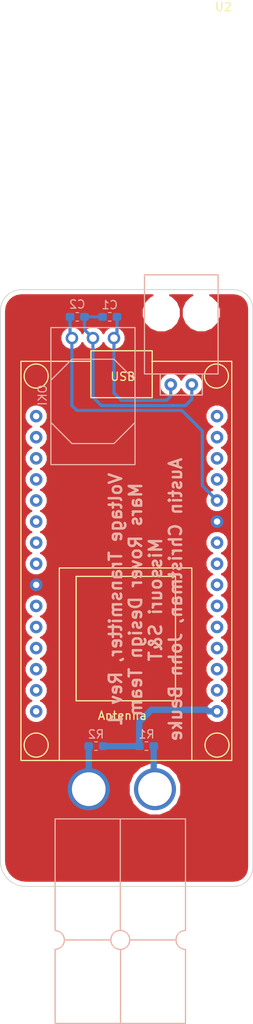
<source format=kicad_pcb>
(kicad_pcb (version 20171130) (host pcbnew "(5.0.0)")

  (general
    (thickness 1.6)
    (drawings 9)
    (tracks 35)
    (zones 0)
    (modules 8)
    (nets 33)
  )

  (page A4)
  (layers
    (0 F.Cu signal)
    (31 B.Cu signal)
    (32 B.Adhes user)
    (33 F.Adhes user)
    (34 B.Paste user)
    (35 F.Paste user)
    (36 B.SilkS user)
    (37 F.SilkS user)
    (38 B.Mask user)
    (39 F.Mask user)
    (40 Dwgs.User user)
    (41 Cmts.User user)
    (42 Eco1.User user)
    (43 Eco2.User user)
    (44 Edge.Cuts user)
    (45 Margin user)
    (46 B.CrtYd user)
    (47 F.CrtYd user)
    (48 B.Fab user)
    (49 F.Fab user)
  )

  (setup
    (last_trace_width 0.25)
    (user_trace_width 0.381)
    (user_trace_width 0.762)
    (trace_clearance 0.2)
    (zone_clearance 0.508)
    (zone_45_only no)
    (trace_min 0.2)
    (segment_width 0.2)
    (edge_width 0.1)
    (via_size 0.8)
    (via_drill 0.4)
    (via_min_size 0.4)
    (via_min_drill 0.3)
    (uvia_size 0.3)
    (uvia_drill 0.1)
    (uvias_allowed no)
    (uvia_min_size 0.2)
    (uvia_min_drill 0.1)
    (pcb_text_width 0.3)
    (pcb_text_size 1.5 1.5)
    (mod_edge_width 0.15)
    (mod_text_size 1 1)
    (mod_text_width 0.15)
    (pad_size 1.5 1.5)
    (pad_drill 0.6)
    (pad_to_mask_clearance 0)
    (solder_mask_min_width 0.25)
    (aux_axis_origin 0 0)
    (visible_elements 7FFFFFFF)
    (pcbplotparams
      (layerselection 0x010fc_ffffffff)
      (usegerberextensions false)
      (usegerberattributes false)
      (usegerberadvancedattributes false)
      (creategerberjobfile false)
      (excludeedgelayer true)
      (linewidth 0.100000)
      (plotframeref false)
      (viasonmask false)
      (mode 1)
      (useauxorigin false)
      (hpglpennumber 1)
      (hpglpenspeed 20)
      (hpglpendiameter 15.000000)
      (psnegative false)
      (psa4output false)
      (plotreference true)
      (plotvalue true)
      (plotinvisibletext false)
      (padsonsilk false)
      (subtractmaskfromsilk false)
      (outputformat 1)
      (mirror false)
      (drillshape 1)
      (scaleselection 1)
      (outputdirectory ""))
  )

  (net 0 "")
  (net 1 "Net-(C1-Pad1)")
  (net 2 GND)
  (net 3 +3V3)
  (net 4 Din)
  (net 5 "Net-(U2-Pad2)")
  (net 6 "Net-(U2-Pad3)")
  (net 7 "Net-(U2-Pad4)")
  (net 8 "Net-(U2-Pad5)")
  (net 9 "Net-(U2-Pad6)")
  (net 10 "Net-(U2-Pad7)")
  (net 11 "Net-(U2-Pad8)")
  (net 12 "Net-(U2-Pad9)")
  (net 13 "Net-(U2-Pad13)")
  (net 14 "Net-(U2-Pad14)")
  (net 15 "Net-(U2-Pad15)")
  (net 16 "Net-(U2-Pad16)")
  (net 17 "Net-(U2-Pad17)")
  (net 18 "Net-(U2-Pad18)")
  (net 19 "Net-(U2-Pad19)")
  (net 20 "Net-(U2-Pad20)")
  (net 21 "Net-(U2-Pad21)")
  (net 22 "Net-(U2-Pad22)")
  (net 23 "Net-(U2-Pad23)")
  (net 24 "Net-(U2-Pad25)")
  (net 25 "Net-(U2-Pad26)")
  (net 26 "Net-(U2-Pad27)")
  (net 27 "Net-(U2-Pad28)")
  (net 28 "Net-(U2-Pad29)")
  (net 29 "Net-(U2-Pad30)")
  (net 30 "Net-(Conn1-Pad2)")
  (net 31 "Net-(C1-Pad2)")
  (net 32 "Net-(U2-Pad12)")

  (net_class Default "This is the default net class."
    (clearance 0.2)
    (trace_width 0.25)
    (via_dia 0.8)
    (via_drill 0.4)
    (uvia_dia 0.3)
    (uvia_drill 0.1)
    (add_net +3V3)
    (add_net Din)
    (add_net GND)
    (add_net "Net-(C1-Pad1)")
    (add_net "Net-(C1-Pad2)")
    (add_net "Net-(Conn1-Pad2)")
    (add_net "Net-(U2-Pad12)")
    (add_net "Net-(U2-Pad13)")
    (add_net "Net-(U2-Pad14)")
    (add_net "Net-(U2-Pad15)")
    (add_net "Net-(U2-Pad16)")
    (add_net "Net-(U2-Pad17)")
    (add_net "Net-(U2-Pad18)")
    (add_net "Net-(U2-Pad19)")
    (add_net "Net-(U2-Pad2)")
    (add_net "Net-(U2-Pad20)")
    (add_net "Net-(U2-Pad21)")
    (add_net "Net-(U2-Pad22)")
    (add_net "Net-(U2-Pad23)")
    (add_net "Net-(U2-Pad25)")
    (add_net "Net-(U2-Pad26)")
    (add_net "Net-(U2-Pad27)")
    (add_net "Net-(U2-Pad28)")
    (add_net "Net-(U2-Pad29)")
    (add_net "Net-(U2-Pad3)")
    (add_net "Net-(U2-Pad30)")
    (add_net "Net-(U2-Pad4)")
    (add_net "Net-(U2-Pad5)")
    (add_net "Net-(U2-Pad6)")
    (add_net "Net-(U2-Pad7)")
    (add_net "Net-(U2-Pad8)")
    (add_net "Net-(U2-Pad9)")
  )

  (module "VoltageTransmitter_Hardware:ESP_8266 NODEMCU" (layer F.Cu) (tedit 5C15AA9C) (tstamp 5C1997FC)
    (at 144.78 57.15 180)
    (path /5BFDA2B2)
    (fp_text reference U2 (at 1.016 42.672 180) (layer F.SilkS)
      (effects (font (size 1 1) (thickness 0.15)))
    )
    (fp_text value ESP8266_MCU (at 10.16 5.842 180) (layer F.Fab)
      (effects (font (size 1 1) (thickness 0.15)))
    )
    (fp_circle (center 1.778 -46.228) (end 3.228 -46.228) (layer F.SilkS) (width 0.15))
    (fp_circle (center 23.622 -46.228) (end 25.072 -46.228) (layer F.SilkS) (width 0.15))
    (fp_circle (center 23.622 -1.778) (end 25.072 -1.778) (layer F.SilkS) (width 0.15))
    (fp_circle (center 1.852 -1.778) (end 3.302 -1.778) (layer F.SilkS) (width 0.15))
    (fp_line (start 25.46 -48.08) (end 0 -48.08) (layer F.SilkS) (width 0.15))
    (fp_text user Antenna (at 13.208 -42.672 180) (layer F.SilkS)
      (effects (font (size 1 1) (thickness 0.15)))
    )
    (fp_line (start 25.46 -48.08) (end 25.46 0) (layer F.SilkS) (width 0.15))
    (fp_line (start 0 -48.08) (end 0 0) (layer F.SilkS) (width 0.15))
    (fp_line (start 9.608 -4.38) (end 17.018 -4.38) (layer F.SilkS) (width 0.15))
    (fp_line (start 17.018 -4.38) (end 17.018 1.27) (layer F.SilkS) (width 0.15))
    (fp_line (start 9.608 -4.38) (end 9.608 1.27) (layer F.SilkS) (width 0.15))
    (fp_line (start 9.652 1.27) (end 17.018 1.27) (layer F.SilkS) (width 0.15))
    (fp_line (start 0 0) (end 9.652 0) (layer F.SilkS) (width 0.15))
    (fp_line (start 17.018 0) (end 25.4 0) (layer F.SilkS) (width 0.15))
    (fp_line (start 4.878 -24.892) (end 20.828 -24.892) (layer F.SilkS) (width 0.15))
    (fp_line (start 20.828 -48.006) (end 20.828 -24.892) (layer F.SilkS) (width 0.15))
    (fp_line (start 4.826 -24.892) (end 4.826 -48.006) (layer F.SilkS) (width 0.15))
    (fp_line (start 6.796 -25.908) (end 18.796 -25.908) (layer F.SilkS) (width 0.15))
    (fp_line (start 18.796 -40.894) (end 18.796 -25.908) (layer F.SilkS) (width 0.15))
    (fp_line (start 6.7945 -25.908) (end 6.7945 -40.894) (layer F.SilkS) (width 0.15))
    (fp_line (start 6.7945 -40.894) (end 18.796 -40.894) (layer F.SilkS) (width 0.15))
    (fp_text user USB (at 13.1445 -1.8415 180) (layer F.SilkS)
      (effects (font (size 1 1) (thickness 0.15)))
    )
    (pad 1 thru_hole circle (at 1.778 -42.164 180) (size 1.524 1.524) (drill 0.762) (layers *.Cu *.Mask)
      (net 4 Din))
    (pad 2 thru_hole circle (at 1.778 -39.624 180) (size 1.524 1.524) (drill 0.762) (layers *.Cu *.Mask)
      (net 5 "Net-(U2-Pad2)"))
    (pad 3 thru_hole circle (at 1.778 -37.084 180) (size 1.524 1.524) (drill 0.762) (layers *.Cu *.Mask)
      (net 6 "Net-(U2-Pad3)"))
    (pad 4 thru_hole circle (at 1.778 -34.544 180) (size 1.524 1.524) (drill 0.762) (layers *.Cu *.Mask)
      (net 7 "Net-(U2-Pad4)"))
    (pad 5 thru_hole circle (at 1.778 -32.004 180) (size 1.524 1.524) (drill 0.762) (layers *.Cu *.Mask)
      (net 8 "Net-(U2-Pad5)"))
    (pad 6 thru_hole circle (at 1.778 -29.464 180) (size 1.524 1.524) (drill 0.762) (layers *.Cu *.Mask)
      (net 9 "Net-(U2-Pad6)"))
    (pad 7 thru_hole circle (at 1.778 -26.924 180) (size 1.524 1.524) (drill 0.762) (layers *.Cu *.Mask)
      (net 10 "Net-(U2-Pad7)"))
    (pad 8 thru_hole circle (at 1.778 -24.384 180) (size 1.524 1.524) (drill 0.762) (layers *.Cu *.Mask)
      (net 11 "Net-(U2-Pad8)"))
    (pad 9 thru_hole circle (at 1.778 -21.844 180) (size 1.524 1.524) (drill 0.762) (layers *.Cu *.Mask)
      (net 12 "Net-(U2-Pad9)"))
    (pad 10 thru_hole circle (at 1.778 -19.304 180) (size 1.524 1.524) (drill 0.762) (layers *.Cu *.Mask)
      (net 2 GND))
    (pad 11 thru_hole circle (at 1.778 -16.764 180) (size 1.524 1.524) (drill 0.762) (layers *.Cu *.Mask)
      (net 3 +3V3))
    (pad 12 thru_hole circle (at 1.778 -14.224 180) (size 1.524 1.524) (drill 0.762) (layers *.Cu *.Mask)
      (net 32 "Net-(U2-Pad12)"))
    (pad 13 thru_hole circle (at 1.778 -11.684 180) (size 1.524 1.524) (drill 0.762) (layers *.Cu *.Mask)
      (net 13 "Net-(U2-Pad13)"))
    (pad 14 thru_hole circle (at 1.778 -9.144 180) (size 1.524 1.524) (drill 0.762) (layers *.Cu *.Mask)
      (net 14 "Net-(U2-Pad14)"))
    (pad 15 thru_hole circle (at 1.778 -6.604 180) (size 1.524 1.524) (drill 0.762) (layers *.Cu *.Mask)
      (net 15 "Net-(U2-Pad15)"))
    (pad 16 thru_hole circle (at 23.622 -6.604 180) (size 1.524 1.524) (drill 0.762) (layers *.Cu *.Mask)
      (net 16 "Net-(U2-Pad16)"))
    (pad 17 thru_hole circle (at 23.622 -9.144 180) (size 1.524 1.524) (drill 0.762) (layers *.Cu *.Mask)
      (net 17 "Net-(U2-Pad17)"))
    (pad 18 thru_hole circle (at 23.622 -11.684 180) (size 1.524 1.524) (drill 0.762) (layers *.Cu *.Mask)
      (net 18 "Net-(U2-Pad18)"))
    (pad 19 thru_hole circle (at 23.622 -14.224 180) (size 1.524 1.524) (drill 0.762) (layers *.Cu *.Mask)
      (net 19 "Net-(U2-Pad19)"))
    (pad 20 thru_hole circle (at 23.622 -16.764 180) (size 1.524 1.524) (drill 0.762) (layers *.Cu *.Mask)
      (net 20 "Net-(U2-Pad20)"))
    (pad 21 thru_hole circle (at 23.622 -19.304 180) (size 1.524 1.524) (drill 0.762) (layers *.Cu *.Mask)
      (net 21 "Net-(U2-Pad21)"))
    (pad 22 thru_hole circle (at 23.622 -21.844 180) (size 1.524 1.524) (drill 0.762) (layers *.Cu *.Mask)
      (net 22 "Net-(U2-Pad22)"))
    (pad 23 thru_hole circle (at 23.622 -24.384 180) (size 1.524 1.524) (drill 0.762) (layers *.Cu *.Mask)
      (net 23 "Net-(U2-Pad23)"))
    (pad 24 thru_hole circle (at 23.622 -26.924 180) (size 1.524 1.524) (drill 0.762) (layers *.Cu *.Mask)
      (net 2 GND))
    (pad 25 thru_hole circle (at 23.622 -29.464 180) (size 1.524 1.524) (drill 0.762) (layers *.Cu *.Mask)
      (net 24 "Net-(U2-Pad25)"))
    (pad 26 thru_hole circle (at 23.622 -32.004 180) (size 1.524 1.524) (drill 0.762) (layers *.Cu *.Mask)
      (net 25 "Net-(U2-Pad26)"))
    (pad 27 thru_hole circle (at 23.622 -34.544 180) (size 1.524 1.524) (drill 0.762) (layers *.Cu *.Mask)
      (net 26 "Net-(U2-Pad27)"))
    (pad 28 thru_hole circle (at 23.622 -37.084 180) (size 1.524 1.524) (drill 0.762) (layers *.Cu *.Mask)
      (net 27 "Net-(U2-Pad28)"))
    (pad 29 thru_hole circle (at 23.622 -39.624 180) (size 1.524 1.524) (drill 0.762) (layers *.Cu *.Mask)
      (net 28 "Net-(U2-Pad29)"))
    (pad 30 thru_hole circle (at 23.622 -42.164 180) (size 1.524 1.524) (drill 0.762) (layers *.Cu *.Mask)
      (net 29 "Net-(U2-Pad30)"))
  )

  (module Capacitor_SMD:C_0603_1608Metric_Pad1.05x0.95mm_HandSolder (layer B.Cu) (tedit 5B301BBE) (tstamp 5C198FC7)
    (at 130.042633 51.795335 180)
    (descr "Capacitor SMD 0603 (1608 Metric), square (rectangular) end terminal, IPC_7351 nominal with elongated pad for handsoldering. (Body size source: http://www.tortai-tech.com/upload/download/2011102023233369053.pdf), generated with kicad-footprint-generator")
    (tags "capacitor handsolder")
    (path /5C01FBEC)
    (attr smd)
    (fp_text reference C1 (at 0 1.43 180) (layer B.SilkS)
      (effects (font (size 1 1) (thickness 0.15)) (justify mirror))
    )
    (fp_text value 10uF (at 0 -1.43 180) (layer B.Fab)
      (effects (font (size 1 1) (thickness 0.15)) (justify mirror))
    )
    (fp_line (start -0.8 -0.4) (end -0.8 0.4) (layer B.Fab) (width 0.1))
    (fp_line (start -0.8 0.4) (end 0.8 0.4) (layer B.Fab) (width 0.1))
    (fp_line (start 0.8 0.4) (end 0.8 -0.4) (layer B.Fab) (width 0.1))
    (fp_line (start 0.8 -0.4) (end -0.8 -0.4) (layer B.Fab) (width 0.1))
    (fp_line (start -0.171267 0.51) (end 0.171267 0.51) (layer B.SilkS) (width 0.12))
    (fp_line (start -0.171267 -0.51) (end 0.171267 -0.51) (layer B.SilkS) (width 0.12))
    (fp_line (start -1.65 -0.73) (end -1.65 0.73) (layer B.CrtYd) (width 0.05))
    (fp_line (start -1.65 0.73) (end 1.65 0.73) (layer B.CrtYd) (width 0.05))
    (fp_line (start 1.65 0.73) (end 1.65 -0.73) (layer B.CrtYd) (width 0.05))
    (fp_line (start 1.65 -0.73) (end -1.65 -0.73) (layer B.CrtYd) (width 0.05))
    (fp_text user %R (at 0 0 180) (layer B.Fab)
      (effects (font (size 0.4 0.4) (thickness 0.06)) (justify mirror))
    )
    (pad 1 smd roundrect (at -0.875 0 180) (size 1.05 0.95) (layers B.Cu B.Paste B.Mask) (roundrect_rratio 0.25)
      (net 1 "Net-(C1-Pad1)"))
    (pad 2 smd roundrect (at 0.875 0 180) (size 1.05 0.95) (layers B.Cu B.Paste B.Mask) (roundrect_rratio 0.25)
      (net 31 "Net-(C1-Pad2)"))
    (model ${KISYS3DMOD}/Capacitor_SMD.3dshapes/C_0603_1608Metric.wrl
      (at (xyz 0 0 0))
      (scale (xyz 1 1 1))
      (rotate (xyz 0 0 0))
    )
  )

  (module Capacitor_SMD:C_0603_1608Metric_Pad1.05x0.95mm_HandSolder (layer B.Cu) (tedit 5B301BBE) (tstamp 5C198FD8)
    (at 126.119633 51.795335)
    (descr "Capacitor SMD 0603 (1608 Metric), square (rectangular) end terminal, IPC_7351 nominal with elongated pad for handsoldering. (Body size source: http://www.tortai-tech.com/upload/download/2011102023233369053.pdf), generated with kicad-footprint-generator")
    (tags "capacitor handsolder")
    (path /5C19CF07)
    (attr smd)
    (fp_text reference C2 (at 0 -1.503335) (layer B.SilkS)
      (effects (font (size 1 1) (thickness 0.15)) (justify mirror))
    )
    (fp_text value 10uF (at 0 -1.43) (layer B.Fab)
      (effects (font (size 1 1) (thickness 0.15)) (justify mirror))
    )
    (fp_text user %R (at 0 0) (layer B.Fab)
      (effects (font (size 0.4 0.4) (thickness 0.06)) (justify mirror))
    )
    (fp_line (start 1.65 -0.73) (end -1.65 -0.73) (layer B.CrtYd) (width 0.05))
    (fp_line (start 1.65 0.73) (end 1.65 -0.73) (layer B.CrtYd) (width 0.05))
    (fp_line (start -1.65 0.73) (end 1.65 0.73) (layer B.CrtYd) (width 0.05))
    (fp_line (start -1.65 -0.73) (end -1.65 0.73) (layer B.CrtYd) (width 0.05))
    (fp_line (start -0.171267 -0.51) (end 0.171267 -0.51) (layer B.SilkS) (width 0.12))
    (fp_line (start -0.171267 0.51) (end 0.171267 0.51) (layer B.SilkS) (width 0.12))
    (fp_line (start 0.8 -0.4) (end -0.8 -0.4) (layer B.Fab) (width 0.1))
    (fp_line (start 0.8 0.4) (end 0.8 -0.4) (layer B.Fab) (width 0.1))
    (fp_line (start -0.8 0.4) (end 0.8 0.4) (layer B.Fab) (width 0.1))
    (fp_line (start -0.8 -0.4) (end -0.8 0.4) (layer B.Fab) (width 0.1))
    (pad 2 smd roundrect (at 0.875 0) (size 1.05 0.95) (layers B.Cu B.Paste B.Mask) (roundrect_rratio 0.25)
      (net 31 "Net-(C1-Pad2)"))
    (pad 1 smd roundrect (at -0.875 0) (size 1.05 0.95) (layers B.Cu B.Paste B.Mask) (roundrect_rratio 0.25)
      (net 3 +3V3))
    (model ${KISYS3DMOD}/Capacitor_SMD.3dshapes/C_0603_1608Metric.wrl
      (at (xyz 0 0 0))
      (scale (xyz 1 1 1))
      (rotate (xyz 0 0 0))
    )
  )

  (module MRDT_Connectors:Anderson_2_Horisontal_Side_by_Side (layer B.Cu) (tedit 5AAD70FE) (tstamp 5C19B0BB)
    (at 123.444 112.268 90)
    (path /5BFDAEAB)
    (fp_text reference Conn1 (at -1.8796 -0.762 90) (layer B.SilkS) hide
      (effects (font (size 1 1) (thickness 0.15)) (justify mirror))
    )
    (fp_text value AndersonPP-MRDT_Connectors (at -12.8651 16.764 90) (layer B.Fab)
      (effects (font (size 1 1) (thickness 0.15)) (justify mirror))
    )
    (fp_arc (start -14.5796 0) (end -14.5796 1.1176) (angle -90) (layer B.SilkS) (width 0.15))
    (fp_arc (start -14.5796 0) (end -15.6972 0) (angle -90) (layer B.SilkS) (width 0.15))
    (fp_line (start -24.638 15.748) (end -24.638 0) (layer B.SilkS) (width 0.15))
    (fp_line (start 0 15.748) (end 0 0) (layer B.SilkS) (width 0.15))
    (fp_line (start -15.7226 15.748) (end -16.9418 15.748) (layer B.SilkS) (width 0.15))
    (fp_arc (start -14.5796 15.748) (end -13.4366 15.748) (angle -90) (layer B.SilkS) (width 0.15))
    (fp_arc (start -14.5796 15.748) (end -14.5796 14.605) (angle -90) (layer B.SilkS) (width 0.15))
    (fp_line (start -12.2682 0) (end -13.462 0) (layer B.SilkS) (width 0.15))
    (fp_line (start -14.5796 2.3114) (end -14.5796 1.143) (layer B.SilkS) (width 0.15))
    (fp_line (start -16.891 0) (end -15.7226 0) (layer B.SilkS) (width 0.15))
    (fp_line (start -12.319 15.748) (end -13.4112 15.748) (layer B.SilkS) (width 0.15))
    (fp_line (start -14.5796 14.605) (end -14.5796 13.4366) (layer B.SilkS) (width 0.15))
    (fp_line (start -14.5796 5.588) (end -14.5796 6.731) (layer B.SilkS) (width 0.15))
    (fp_line (start -24.6126 7.8994) (end -15.7226 7.8994) (layer B.SilkS) (width 0.15))
    (fp_line (start -14.5796 10.16) (end -14.5796 9.017) (layer B.SilkS) (width 0.15))
    (fp_line (start -12.2936 7.874) (end -13.4366 7.874) (layer B.SilkS) (width 0.15))
    (fp_line (start -14.5796 5.588) (end -14.5796 2.286) (layer B.SilkS) (width 0.15))
    (fp_line (start -12.2936 7.874) (end 0 7.874) (layer B.SilkS) (width 0.15))
    (fp_line (start -14.5796 10.16) (end -14.5796 13.4366) (layer B.SilkS) (width 0.15))
    (fp_circle (center -14.5796 7.874) (end -14.5796 6.731) (layer B.SilkS) (width 0.15))
    (fp_line (start -12.2936 0) (end 0 0) (layer B.SilkS) (width 0.15))
    (fp_line (start -16.8656 0) (end -24.6126 0) (layer B.SilkS) (width 0.15))
    (fp_line (start -24.6126 15.748) (end -16.8656 15.748) (layer B.SilkS) (width 0.15))
    (fp_line (start -12.2936 15.748) (end 0 15.748) (layer B.SilkS) (width 0.15))
    (pad 1 thru_hole circle (at 3.5814 4.063 90) (size 5.08 5.08) (drill 4.06) (layers *.Cu *.Mask B.Paste)
      (net 2 GND))
    (pad 2 thru_hole circle (at 3.5814 12.064 90) (size 5.08 5.08) (drill 4.06) (layers *.Cu *.Mask B.Paste)
      (net 30 "Net-(Conn1-Pad2)"))
  )

  (module MRDT_Connectors:MOLEX_SL_02_Horizontal (layer B.Cu) (tedit 5AB8003E) (tstamp 5C19A5FA)
    (at 138.684 59.944 180)
    (path /5BCBD3EB)
    (fp_text reference Conn2 (at 0 -2.54 180) (layer B.SilkS) hide
      (effects (font (size 1 1) (thickness 0.15)) (justify mirror))
    )
    (fp_text value Molex_SL_02 (at 8.001 -3.048 270) (layer B.Fab)
      (effects (font (size 1 1) (thickness 0.15)) (justify mirror))
    )
    (fp_line (start -4.445 1.27) (end 4.445 1.27) (layer B.SilkS) (width 0.15))
    (fp_line (start 4.445 1.27) (end 4.445 13.208) (layer B.SilkS) (width 0.15))
    (fp_line (start 2.54 -1.27) (end -2.54 -1.27) (layer B.SilkS) (width 0.15))
    (fp_line (start -4.445 13.208) (end 4.445 13.208) (layer B.SilkS) (width 0.15))
    (fp_line (start -4.445 1.27) (end -4.445 13.208) (layer B.SilkS) (width 0.15))
    (fp_line (start 2.54 1.27) (end 2.54 -1.27) (layer B.SilkS) (width 0.15))
    (fp_line (start -2.54 -1.27) (end -2.54 1.27) (layer B.SilkS) (width 0.15))
    (pad "" np_thru_hole circle (at -2.415 8.64 180) (size 3.45 3.45) (drill 3.45) (layers *.Cu *.Mask))
    (pad 1 thru_hole circle (at -1.27 0 180) (size 1.524 1.524) (drill 0.762) (layers *.Cu *.Mask)
      (net 31 "Net-(C1-Pad2)"))
    (pad 2 thru_hole circle (at 1.27 0 180) (size 1.524 1.524) (drill 0.762) (layers *.Cu *.Mask)
      (net 1 "Net-(C1-Pad1)"))
    (pad "" np_thru_hole circle (at 2.413 8.636 180) (size 3.45 3.45) (drill 3.45) (layers *.Cu *.Mask))
  )

  (module Resistor_SMD:R_0603_1608Metric_Pad1.05x0.95mm_HandSolder (layer B.Cu) (tedit 5B301BBD) (tstamp 5C199016)
    (at 134.479 103.505 180)
    (descr "Resistor SMD 0603 (1608 Metric), square (rectangular) end terminal, IPC_7351 nominal with elongated pad for handsoldering. (Body size source: http://www.tortai-tech.com/upload/download/2011102023233369053.pdf), generated with kicad-footprint-generator")
    (tags "resistor handsolder")
    (path /5BD18FF4)
    (attr smd)
    (fp_text reference R1 (at 0 1.43 180) (layer B.SilkS)
      (effects (font (size 1 1) (thickness 0.15)) (justify mirror))
    )
    (fp_text value 100K (at 0 -1.43 180) (layer B.Fab)
      (effects (font (size 1 1) (thickness 0.15)) (justify mirror))
    )
    (fp_line (start -0.8 -0.4) (end -0.8 0.4) (layer B.Fab) (width 0.1))
    (fp_line (start -0.8 0.4) (end 0.8 0.4) (layer B.Fab) (width 0.1))
    (fp_line (start 0.8 0.4) (end 0.8 -0.4) (layer B.Fab) (width 0.1))
    (fp_line (start 0.8 -0.4) (end -0.8 -0.4) (layer B.Fab) (width 0.1))
    (fp_line (start -0.171267 0.51) (end 0.171267 0.51) (layer B.SilkS) (width 0.12))
    (fp_line (start -0.171267 -0.51) (end 0.171267 -0.51) (layer B.SilkS) (width 0.12))
    (fp_line (start -1.65 -0.73) (end -1.65 0.73) (layer B.CrtYd) (width 0.05))
    (fp_line (start -1.65 0.73) (end 1.65 0.73) (layer B.CrtYd) (width 0.05))
    (fp_line (start 1.65 0.73) (end 1.65 -0.73) (layer B.CrtYd) (width 0.05))
    (fp_line (start 1.65 -0.73) (end -1.65 -0.73) (layer B.CrtYd) (width 0.05))
    (fp_text user %R (at 0 0 180) (layer B.Fab)
      (effects (font (size 0.4 0.4) (thickness 0.06)) (justify mirror))
    )
    (pad 1 smd roundrect (at -0.875 0 180) (size 1.05 0.95) (layers B.Cu B.Paste B.Mask) (roundrect_rratio 0.25)
      (net 30 "Net-(Conn1-Pad2)"))
    (pad 2 smd roundrect (at 0.875 0 180) (size 1.05 0.95) (layers B.Cu B.Paste B.Mask) (roundrect_rratio 0.25)
      (net 4 Din))
    (model ${KISYS3DMOD}/Resistor_SMD.3dshapes/R_0603_1608Metric.wrl
      (at (xyz 0 0 0))
      (scale (xyz 1 1 1))
      (rotate (xyz 0 0 0))
    )
  )

  (module Resistor_SMD:R_0603_1608Metric_Pad1.05x0.95mm_HandSolder (layer B.Cu) (tedit 5B301BBD) (tstamp 5C199027)
    (at 128.383 103.505 180)
    (descr "Resistor SMD 0603 (1608 Metric), square (rectangular) end terminal, IPC_7351 nominal with elongated pad for handsoldering. (Body size source: http://www.tortai-tech.com/upload/download/2011102023233369053.pdf), generated with kicad-footprint-generator")
    (tags "resistor handsolder")
    (path /5BD1904D)
    (attr smd)
    (fp_text reference R2 (at 0 1.43 180) (layer B.SilkS)
      (effects (font (size 1 1) (thickness 0.15)) (justify mirror))
    )
    (fp_text value 11K (at 0 -1.43 180) (layer B.Fab)
      (effects (font (size 1 1) (thickness 0.15)) (justify mirror))
    )
    (fp_text user %R (at 0 0 180) (layer B.Fab)
      (effects (font (size 0.4 0.4) (thickness 0.06)) (justify mirror))
    )
    (fp_line (start 1.65 -0.73) (end -1.65 -0.73) (layer B.CrtYd) (width 0.05))
    (fp_line (start 1.65 0.73) (end 1.65 -0.73) (layer B.CrtYd) (width 0.05))
    (fp_line (start -1.65 0.73) (end 1.65 0.73) (layer B.CrtYd) (width 0.05))
    (fp_line (start -1.65 -0.73) (end -1.65 0.73) (layer B.CrtYd) (width 0.05))
    (fp_line (start -0.171267 -0.51) (end 0.171267 -0.51) (layer B.SilkS) (width 0.12))
    (fp_line (start -0.171267 0.51) (end 0.171267 0.51) (layer B.SilkS) (width 0.12))
    (fp_line (start 0.8 -0.4) (end -0.8 -0.4) (layer B.Fab) (width 0.1))
    (fp_line (start 0.8 0.4) (end 0.8 -0.4) (layer B.Fab) (width 0.1))
    (fp_line (start -0.8 0.4) (end 0.8 0.4) (layer B.Fab) (width 0.1))
    (fp_line (start -0.8 -0.4) (end -0.8 0.4) (layer B.Fab) (width 0.1))
    (pad 2 smd roundrect (at 0.875 0 180) (size 1.05 0.95) (layers B.Cu B.Paste B.Mask) (roundrect_rratio 0.25)
      (net 2 GND))
    (pad 1 smd roundrect (at -0.875 0 180) (size 1.05 0.95) (layers B.Cu B.Paste B.Mask) (roundrect_rratio 0.25)
      (net 4 Din))
    (model ${KISYS3DMOD}/Resistor_SMD.3dshapes/R_0603_1608Metric.wrl
      (at (xyz 0 0 0))
      (scale (xyz 1 1 1))
      (rotate (xyz 0 0 0))
    )
  )

  (module MRDT_Devices:OKI_Horizontal (layer B.Cu) (tedit 5A7F91F8) (tstamp 5C19903A)
    (at 133.096 53.086 180)
    (tags OKI)
    (path /5C19C2D6)
    (fp_text reference U1 (at 2.54 1.27 180) (layer B.SilkS) hide
      (effects (font (size 1 1) (thickness 0.15)) (justify mirror))
    )
    (fp_text value OKI (at 11.170633 -8.148665 270) (layer B.SilkS)
      (effects (font (size 1 1) (thickness 0.15)) (justify mirror))
    )
    (fp_line (start 7.62 -3.81) (end 10.16 -6.35) (layer B.SilkS) (width 0.15))
    (fp_line (start 10.16 -6.35) (end 10.16 -11.43) (layer B.SilkS) (width 0.15))
    (fp_line (start 10.16 -11.43) (end 7.62 -13.97) (layer B.SilkS) (width 0.15))
    (fp_line (start 7.62 -13.97) (end 2.54 -13.97) (layer B.SilkS) (width 0.15))
    (fp_line (start 2.54 -13.97) (end 0 -11.43) (layer B.SilkS) (width 0.15))
    (fp_line (start 0 -11.43) (end 0 -6.35) (layer B.SilkS) (width 0.15))
    (fp_line (start 0 -6.35) (end 2.54 -3.81) (layer B.SilkS) (width 0.15))
    (fp_line (start 2.54 -3.81) (end 7.62 -3.81) (layer B.SilkS) (width 0.15))
    (fp_line (start 0 -16.51) (end 10.16 -16.51) (layer B.SilkS) (width 0.15))
    (fp_line (start 0 0) (end 10.16 0) (layer B.SilkS) (width 0.15))
    (fp_line (start 10.16 0) (end 10.16 -16.51) (layer B.SilkS) (width 0.15))
    (fp_line (start 0 -16.51) (end 0 0) (layer B.SilkS) (width 0.15))
    (pad 1 thru_hole circle (at 2.54 -1.27 180) (size 1.524 1.524) (drill 0.889) (layers *.Cu *.Mask)
      (net 1 "Net-(C1-Pad1)"))
    (pad 2 thru_hole circle (at 5.08 -1.27 180) (size 1.524 1.524) (drill 0.889) (layers *.Cu *.Mask)
      (net 31 "Net-(C1-Pad2)"))
    (pad 3 thru_hole circle (at 7.62 -1.27 180) (size 1.524 1.524) (drill 0.889) (layers *.Cu *.Mask)
      (net 3 +3V3))
  )

  (gr_text "Voltage Transmitter, Rev 1\nMars Rover Design Team\nMissouri S&T\nAustin Christman, John Beuke" (at 134.366 85.852 90) (layer B.SilkS)
    (effects (font (size 1.5 1.5) (thickness 0.3)) (justify mirror))
  )
  (gr_arc (start 119.888 117.348) (end 116.84 117.348) (angle -90) (layer Edge.Cuts) (width 0.1) (tstamp 5C19B068))
  (gr_arc (start 145.034 118.11) (end 145.034 120.396) (angle -90) (layer Edge.Cuts) (width 0.1) (tstamp 5C19B062))
  (gr_arc (start 119.38 51.054) (end 119.38 48.514) (angle -90) (layer Edge.Cuts) (width 0.1) (tstamp 5C19A7E3))
  (gr_arc (start 145.034 50.8) (end 147.32 50.8) (angle -90) (layer Edge.Cuts) (width 0.1) (tstamp 5C19A7DD))
  (gr_line (start 119.888 120.396) (end 145.034 120.396) (layer Edge.Cuts) (width 0.1) (tstamp 5C19B065))
  (gr_line (start 116.84 51.054) (end 116.84 117.348) (layer Edge.Cuts) (width 0.1))
  (gr_line (start 145.034 48.514) (end 119.38 48.514) (layer Edge.Cuts) (width 0.1) (tstamp 5C19A7E0))
  (gr_line (start 147.32 118.11) (end 147.32 50.8) (layer Edge.Cuts) (width 0.1))

  (segment (start 130.917633 53.994367) (end 130.556 54.356) (width 0.381) (layer B.Cu) (net 1))
  (segment (start 130.917633 51.795335) (end 130.917633 53.994367) (width 0.381) (layer B.Cu) (net 1))
  (segment (start 137.414 61.341) (end 137.414 59.944) (width 0.381) (layer B.Cu) (net 1))
  (segment (start 130.556 54.356) (end 130.556 60.96) (width 0.381) (layer B.Cu) (net 1))
  (segment (start 130.556 60.96) (end 131.445 61.849) (width 0.381) (layer B.Cu) (net 1))
  (segment (start 131.445 61.849) (end 136.906 61.849) (width 0.381) (layer B.Cu) (net 1))
  (segment (start 136.906 61.849) (end 137.414 61.341) (width 0.381) (layer B.Cu) (net 1))
  (segment (start 127.508 108.6856) (end 127.507 108.6866) (width 0.762) (layer B.Cu) (net 2))
  (segment (start 127.508 103.505) (end 127.508 108.6856) (width 0.762) (layer B.Cu) (net 2))
  (segment (start 125.244633 54.124633) (end 125.476 54.356) (width 0.381) (layer B.Cu) (net 3))
  (segment (start 125.244633 51.795335) (end 125.244633 54.124633) (width 0.381) (layer B.Cu) (net 3))
  (segment (start 125.476 54.356) (end 125.476 62.484) (width 0.381) (layer B.Cu) (net 3))
  (segment (start 126.057009 63.065009) (end 128.791338 63.06501) (width 0.381) (layer B.Cu) (net 3))
  (segment (start 125.476 62.484) (end 126.057009 63.065009) (width 0.381) (layer B.Cu) (net 3))
  (segment (start 128.791338 63.06501) (end 138.75701 63.06501) (width 0.381) (layer B.Cu) (net 3))
  (segment (start 138.75701 63.06501) (end 141.224 65.532) (width 0.381) (layer B.Cu) (net 3))
  (segment (start 142.240001 73.152001) (end 143.002 73.914) (width 0.381) (layer B.Cu) (net 3))
  (segment (start 141.224 72.136) (end 142.240001 73.152001) (width 0.381) (layer B.Cu) (net 3))
  (segment (start 141.224 65.532) (end 141.224 72.136) (width 0.381) (layer B.Cu) (net 3))
  (segment (start 133.604 103.505) (end 129.258 103.505) (width 0.762) (layer B.Cu) (net 4))
  (segment (start 141.92437 99.314) (end 141.732 99.12163) (width 0.762) (layer B.Cu) (net 4))
  (segment (start 143.002 99.314) (end 141.92437 99.314) (width 0.762) (layer B.Cu) (net 4))
  (segment (start 141.732 99.12163) (end 135.06637 99.12163) (width 0.762) (layer B.Cu) (net 4))
  (segment (start 133.604 100.584) (end 133.604 103.505) (width 0.762) (layer B.Cu) (net 4))
  (segment (start 135.06637 99.12163) (end 133.604 100.584) (width 0.762) (layer B.Cu) (net 4))
  (segment (start 135.354 108.5326) (end 135.508 108.6866) (width 0.381) (layer B.Cu) (net 30))
  (segment (start 135.354 103.505) (end 135.354 108.5326) (width 0.762) (layer B.Cu) (net 30))
  (segment (start 129.167633 51.795335) (end 126.994633 51.795335) (width 0.381) (layer B.Cu) (net 31))
  (segment (start 126.994633 53.334633) (end 128.016 54.356) (width 0.381) (layer B.Cu) (net 31))
  (segment (start 126.994633 51.795335) (end 126.994633 53.334633) (width 0.381) (layer B.Cu) (net 31))
  (segment (start 139.954 61.722) (end 139.954 59.944) (width 0.381) (layer B.Cu) (net 31))
  (segment (start 139.192 62.484) (end 139.954 61.722) (width 0.381) (layer B.Cu) (net 31))
  (segment (start 129.032 62.484) (end 139.192 62.484) (width 0.381) (layer B.Cu) (net 31))
  (segment (start 128.016 54.356) (end 128.016 61.468) (width 0.381) (layer B.Cu) (net 31))
  (segment (start 128.016 61.468) (end 129.032 62.484) (width 0.381) (layer B.Cu) (net 31))

  (zone (net 2) (net_name GND) (layer F.Cu) (tstamp 5C19B276) (hatch edge 0.508)
    (connect_pads yes (clearance 0.508))
    (min_thickness 0.254)
    (fill yes (arc_segments 16) (thermal_gap 0.508) (thermal_bridge_width 0.508))
    (polygon
      (pts
        (xy 147.32 76.708) (xy 147.32 120.396) (xy 116.84 120.396) (xy 116.84 48.514) (xy 147.32 48.514)
      )
    )
    (filled_polygon
      (pts
        (xy 134.934167 49.307289) (xy 134.270289 49.971167) (xy 133.911 50.838567) (xy 133.911 51.777433) (xy 134.270289 52.644833)
        (xy 134.934167 53.308711) (xy 135.801567 53.668) (xy 136.740433 53.668) (xy 137.607833 53.308711) (xy 138.271711 52.644833)
        (xy 138.631 51.777433) (xy 138.631 50.838567) (xy 138.271711 49.971167) (xy 137.607833 49.307289) (xy 137.3464 49.199)
        (xy 140.013943 49.199) (xy 139.762167 49.303289) (xy 139.098289 49.967167) (xy 138.739 50.834567) (xy 138.739 51.773433)
        (xy 139.098289 52.640833) (xy 139.762167 53.304711) (xy 140.629567 53.664) (xy 141.568433 53.664) (xy 142.435833 53.304711)
        (xy 143.099711 52.640833) (xy 143.459 51.773433) (xy 143.459 50.834567) (xy 143.099711 49.967167) (xy 142.435833 49.303289)
        (xy 142.184057 49.199) (xy 144.9891 49.199) (xy 145.446839 49.259263) (xy 145.831546 49.418613) (xy 146.161897 49.6721)
        (xy 146.415387 50.002455) (xy 146.574737 50.387161) (xy 146.635001 50.844908) (xy 146.635 118.0651) (xy 146.574737 118.522839)
        (xy 146.415387 118.907545) (xy 146.161897 119.2379) (xy 145.831546 119.491387) (xy 145.446839 119.650737) (xy 144.9891 119.711)
        (xy 119.927794 119.711) (xy 119.345462 119.643107) (xy 118.832021 119.456737) (xy 118.375229 119.15725) (xy 117.999589 118.760716)
        (xy 117.725242 118.288393) (xy 117.564194 117.756653) (xy 117.525 117.317494) (xy 117.525 108.055053) (xy 132.333 108.055053)
        (xy 132.333 109.318147) (xy 132.816365 110.485093) (xy 133.709507 111.378235) (xy 134.876453 111.8616) (xy 136.139547 111.8616)
        (xy 137.306493 111.378235) (xy 138.199635 110.485093) (xy 138.683 109.318147) (xy 138.683 108.055053) (xy 138.199635 106.888107)
        (xy 137.306493 105.994965) (xy 136.139547 105.5116) (xy 134.876453 105.5116) (xy 133.709507 105.994965) (xy 132.816365 106.888107)
        (xy 132.333 108.055053) (xy 117.525 108.055053) (xy 117.525 86.336119) (xy 119.761 86.336119) (xy 119.761 86.891881)
        (xy 119.97368 87.405337) (xy 120.366663 87.79832) (xy 120.573513 87.884) (xy 120.366663 87.96968) (xy 119.97368 88.362663)
        (xy 119.761 88.876119) (xy 119.761 89.431881) (xy 119.97368 89.945337) (xy 120.366663 90.33832) (xy 120.573513 90.424)
        (xy 120.366663 90.50968) (xy 119.97368 90.902663) (xy 119.761 91.416119) (xy 119.761 91.971881) (xy 119.97368 92.485337)
        (xy 120.366663 92.87832) (xy 120.573513 92.964) (xy 120.366663 93.04968) (xy 119.97368 93.442663) (xy 119.761 93.956119)
        (xy 119.761 94.511881) (xy 119.97368 95.025337) (xy 120.366663 95.41832) (xy 120.573513 95.504) (xy 120.366663 95.58968)
        (xy 119.97368 95.982663) (xy 119.761 96.496119) (xy 119.761 97.051881) (xy 119.97368 97.565337) (xy 120.366663 97.95832)
        (xy 120.573513 98.044) (xy 120.366663 98.12968) (xy 119.97368 98.522663) (xy 119.761 99.036119) (xy 119.761 99.591881)
        (xy 119.97368 100.105337) (xy 120.366663 100.49832) (xy 120.880119 100.711) (xy 121.435881 100.711) (xy 121.949337 100.49832)
        (xy 122.34232 100.105337) (xy 122.555 99.591881) (xy 122.555 99.036119) (xy 122.34232 98.522663) (xy 121.949337 98.12968)
        (xy 121.742487 98.044) (xy 121.949337 97.95832) (xy 122.34232 97.565337) (xy 122.555 97.051881) (xy 122.555 96.496119)
        (xy 122.34232 95.982663) (xy 121.949337 95.58968) (xy 121.742487 95.504) (xy 121.949337 95.41832) (xy 122.34232 95.025337)
        (xy 122.555 94.511881) (xy 122.555 93.956119) (xy 122.34232 93.442663) (xy 121.949337 93.04968) (xy 121.742487 92.964)
        (xy 121.949337 92.87832) (xy 122.34232 92.485337) (xy 122.555 91.971881) (xy 122.555 91.416119) (xy 122.34232 90.902663)
        (xy 121.949337 90.50968) (xy 121.742487 90.424) (xy 121.949337 90.33832) (xy 122.34232 89.945337) (xy 122.555 89.431881)
        (xy 122.555 88.876119) (xy 122.34232 88.362663) (xy 121.949337 87.96968) (xy 121.742487 87.884) (xy 121.949337 87.79832)
        (xy 122.34232 87.405337) (xy 122.555 86.891881) (xy 122.555 86.336119) (xy 122.34232 85.822663) (xy 121.949337 85.42968)
        (xy 121.435881 85.217) (xy 120.880119 85.217) (xy 120.366663 85.42968) (xy 119.97368 85.822663) (xy 119.761 86.336119)
        (xy 117.525 86.336119) (xy 117.525 63.476119) (xy 119.761 63.476119) (xy 119.761 64.031881) (xy 119.97368 64.545337)
        (xy 120.366663 64.93832) (xy 120.573513 65.024) (xy 120.366663 65.10968) (xy 119.97368 65.502663) (xy 119.761 66.016119)
        (xy 119.761 66.571881) (xy 119.97368 67.085337) (xy 120.366663 67.47832) (xy 120.573513 67.564) (xy 120.366663 67.64968)
        (xy 119.97368 68.042663) (xy 119.761 68.556119) (xy 119.761 69.111881) (xy 119.97368 69.625337) (xy 120.366663 70.01832)
        (xy 120.573513 70.104) (xy 120.366663 70.18968) (xy 119.97368 70.582663) (xy 119.761 71.096119) (xy 119.761 71.651881)
        (xy 119.97368 72.165337) (xy 120.366663 72.55832) (xy 120.573513 72.644) (xy 120.366663 72.72968) (xy 119.97368 73.122663)
        (xy 119.761 73.636119) (xy 119.761 74.191881) (xy 119.97368 74.705337) (xy 120.366663 75.09832) (xy 120.573513 75.184)
        (xy 120.366663 75.26968) (xy 119.97368 75.662663) (xy 119.761 76.176119) (xy 119.761 76.731881) (xy 119.97368 77.245337)
        (xy 120.366663 77.63832) (xy 120.573513 77.724) (xy 120.366663 77.80968) (xy 119.97368 78.202663) (xy 119.761 78.716119)
        (xy 119.761 79.271881) (xy 119.97368 79.785337) (xy 120.366663 80.17832) (xy 120.573513 80.264) (xy 120.366663 80.34968)
        (xy 119.97368 80.742663) (xy 119.761 81.256119) (xy 119.761 81.811881) (xy 119.97368 82.325337) (xy 120.366663 82.71832)
        (xy 120.880119 82.931) (xy 121.435881 82.931) (xy 121.949337 82.71832) (xy 122.34232 82.325337) (xy 122.555 81.811881)
        (xy 122.555 81.256119) (xy 122.34232 80.742663) (xy 121.949337 80.34968) (xy 121.742487 80.264) (xy 121.949337 80.17832)
        (xy 122.34232 79.785337) (xy 122.555 79.271881) (xy 122.555 78.716119) (xy 141.605 78.716119) (xy 141.605 79.271881)
        (xy 141.81768 79.785337) (xy 142.210663 80.17832) (xy 142.417513 80.264) (xy 142.210663 80.34968) (xy 141.81768 80.742663)
        (xy 141.605 81.256119) (xy 141.605 81.811881) (xy 141.81768 82.325337) (xy 142.210663 82.71832) (xy 142.417513 82.804)
        (xy 142.210663 82.88968) (xy 141.81768 83.282663) (xy 141.605 83.796119) (xy 141.605 84.351881) (xy 141.81768 84.865337)
        (xy 142.210663 85.25832) (xy 142.417513 85.344) (xy 142.210663 85.42968) (xy 141.81768 85.822663) (xy 141.605 86.336119)
        (xy 141.605 86.891881) (xy 141.81768 87.405337) (xy 142.210663 87.79832) (xy 142.417513 87.884) (xy 142.210663 87.96968)
        (xy 141.81768 88.362663) (xy 141.605 88.876119) (xy 141.605 89.431881) (xy 141.81768 89.945337) (xy 142.210663 90.33832)
        (xy 142.417513 90.424) (xy 142.210663 90.50968) (xy 141.81768 90.902663) (xy 141.605 91.416119) (xy 141.605 91.971881)
        (xy 141.81768 92.485337) (xy 142.210663 92.87832) (xy 142.417513 92.964) (xy 142.210663 93.04968) (xy 141.81768 93.442663)
        (xy 141.605 93.956119) (xy 141.605 94.511881) (xy 141.81768 95.025337) (xy 142.210663 95.41832) (xy 142.417513 95.504)
        (xy 142.210663 95.58968) (xy 141.81768 95.982663) (xy 141.605 96.496119) (xy 141.605 97.051881) (xy 141.81768 97.565337)
        (xy 142.210663 97.95832) (xy 142.417513 98.044) (xy 142.210663 98.12968) (xy 141.81768 98.522663) (xy 141.605 99.036119)
        (xy 141.605 99.591881) (xy 141.81768 100.105337) (xy 142.210663 100.49832) (xy 142.724119 100.711) (xy 143.279881 100.711)
        (xy 143.793337 100.49832) (xy 144.18632 100.105337) (xy 144.399 99.591881) (xy 144.399 99.036119) (xy 144.18632 98.522663)
        (xy 143.793337 98.12968) (xy 143.586487 98.044) (xy 143.793337 97.95832) (xy 144.18632 97.565337) (xy 144.399 97.051881)
        (xy 144.399 96.496119) (xy 144.18632 95.982663) (xy 143.793337 95.58968) (xy 143.586487 95.504) (xy 143.793337 95.41832)
        (xy 144.18632 95.025337) (xy 144.399 94.511881) (xy 144.399 93.956119) (xy 144.18632 93.442663) (xy 143.793337 93.04968)
        (xy 143.586487 92.964) (xy 143.793337 92.87832) (xy 144.18632 92.485337) (xy 144.399 91.971881) (xy 144.399 91.416119)
        (xy 144.18632 90.902663) (xy 143.793337 90.50968) (xy 143.586487 90.424) (xy 143.793337 90.33832) (xy 144.18632 89.945337)
        (xy 144.399 89.431881) (xy 144.399 88.876119) (xy 144.18632 88.362663) (xy 143.793337 87.96968) (xy 143.586487 87.884)
        (xy 143.793337 87.79832) (xy 144.18632 87.405337) (xy 144.399 86.891881) (xy 144.399 86.336119) (xy 144.18632 85.822663)
        (xy 143.793337 85.42968) (xy 143.586487 85.344) (xy 143.793337 85.25832) (xy 144.18632 84.865337) (xy 144.399 84.351881)
        (xy 144.399 83.796119) (xy 144.18632 83.282663) (xy 143.793337 82.88968) (xy 143.586487 82.804) (xy 143.793337 82.71832)
        (xy 144.18632 82.325337) (xy 144.399 81.811881) (xy 144.399 81.256119) (xy 144.18632 80.742663) (xy 143.793337 80.34968)
        (xy 143.586487 80.264) (xy 143.793337 80.17832) (xy 144.18632 79.785337) (xy 144.399 79.271881) (xy 144.399 78.716119)
        (xy 144.18632 78.202663) (xy 143.793337 77.80968) (xy 143.279881 77.597) (xy 142.724119 77.597) (xy 142.210663 77.80968)
        (xy 141.81768 78.202663) (xy 141.605 78.716119) (xy 122.555 78.716119) (xy 122.34232 78.202663) (xy 121.949337 77.80968)
        (xy 121.742487 77.724) (xy 121.949337 77.63832) (xy 122.34232 77.245337) (xy 122.555 76.731881) (xy 122.555 76.176119)
        (xy 122.34232 75.662663) (xy 121.949337 75.26968) (xy 121.742487 75.184) (xy 121.949337 75.09832) (xy 122.34232 74.705337)
        (xy 122.555 74.191881) (xy 122.555 73.636119) (xy 122.34232 73.122663) (xy 121.949337 72.72968) (xy 121.742487 72.644)
        (xy 121.949337 72.55832) (xy 122.34232 72.165337) (xy 122.555 71.651881) (xy 122.555 71.096119) (xy 122.34232 70.582663)
        (xy 121.949337 70.18968) (xy 121.742487 70.104) (xy 121.949337 70.01832) (xy 122.34232 69.625337) (xy 122.555 69.111881)
        (xy 122.555 68.556119) (xy 122.34232 68.042663) (xy 121.949337 67.64968) (xy 121.742487 67.564) (xy 121.949337 67.47832)
        (xy 122.34232 67.085337) (xy 122.555 66.571881) (xy 122.555 66.016119) (xy 122.34232 65.502663) (xy 121.949337 65.10968)
        (xy 121.742487 65.024) (xy 121.949337 64.93832) (xy 122.34232 64.545337) (xy 122.555 64.031881) (xy 122.555 63.476119)
        (xy 141.605 63.476119) (xy 141.605 64.031881) (xy 141.81768 64.545337) (xy 142.210663 64.93832) (xy 142.417513 65.024)
        (xy 142.210663 65.10968) (xy 141.81768 65.502663) (xy 141.605 66.016119) (xy 141.605 66.571881) (xy 141.81768 67.085337)
        (xy 142.210663 67.47832) (xy 142.417513 67.564) (xy 142.210663 67.64968) (xy 141.81768 68.042663) (xy 141.605 68.556119)
        (xy 141.605 69.111881) (xy 141.81768 69.625337) (xy 142.210663 70.01832) (xy 142.417513 70.104) (xy 142.210663 70.18968)
        (xy 141.81768 70.582663) (xy 141.605 71.096119) (xy 141.605 71.651881) (xy 141.81768 72.165337) (xy 142.210663 72.55832)
        (xy 142.417513 72.644) (xy 142.210663 72.72968) (xy 141.81768 73.122663) (xy 141.605 73.636119) (xy 141.605 74.191881)
        (xy 141.81768 74.705337) (xy 142.210663 75.09832) (xy 142.724119 75.311) (xy 143.279881 75.311) (xy 143.793337 75.09832)
        (xy 144.18632 74.705337) (xy 144.399 74.191881) (xy 144.399 73.636119) (xy 144.18632 73.122663) (xy 143.793337 72.72968)
        (xy 143.586487 72.644) (xy 143.793337 72.55832) (xy 144.18632 72.165337) (xy 144.399 71.651881) (xy 144.399 71.096119)
        (xy 144.18632 70.582663) (xy 143.793337 70.18968) (xy 143.586487 70.104) (xy 143.793337 70.01832) (xy 144.18632 69.625337)
        (xy 144.399 69.111881) (xy 144.399 68.556119) (xy 144.18632 68.042663) (xy 143.793337 67.64968) (xy 143.586487 67.564)
        (xy 143.793337 67.47832) (xy 144.18632 67.085337) (xy 144.399 66.571881) (xy 144.399 66.016119) (xy 144.18632 65.502663)
        (xy 143.793337 65.10968) (xy 143.586487 65.024) (xy 143.793337 64.93832) (xy 144.18632 64.545337) (xy 144.399 64.031881)
        (xy 144.399 63.476119) (xy 144.18632 62.962663) (xy 143.793337 62.56968) (xy 143.279881 62.357) (xy 142.724119 62.357)
        (xy 142.210663 62.56968) (xy 141.81768 62.962663) (xy 141.605 63.476119) (xy 122.555 63.476119) (xy 122.34232 62.962663)
        (xy 121.949337 62.56968) (xy 121.435881 62.357) (xy 120.880119 62.357) (xy 120.366663 62.56968) (xy 119.97368 62.962663)
        (xy 119.761 63.476119) (xy 117.525 63.476119) (xy 117.525 59.666119) (xy 136.017 59.666119) (xy 136.017 60.221881)
        (xy 136.22968 60.735337) (xy 136.622663 61.12832) (xy 137.136119 61.341) (xy 137.691881 61.341) (xy 138.205337 61.12832)
        (xy 138.59832 60.735337) (xy 138.684 60.528487) (xy 138.76968 60.735337) (xy 139.162663 61.12832) (xy 139.676119 61.341)
        (xy 140.231881 61.341) (xy 140.745337 61.12832) (xy 141.13832 60.735337) (xy 141.351 60.221881) (xy 141.351 59.666119)
        (xy 141.13832 59.152663) (xy 140.745337 58.75968) (xy 140.231881 58.547) (xy 139.676119 58.547) (xy 139.162663 58.75968)
        (xy 138.76968 59.152663) (xy 138.684 59.359513) (xy 138.59832 59.152663) (xy 138.205337 58.75968) (xy 137.691881 58.547)
        (xy 137.136119 58.547) (xy 136.622663 58.75968) (xy 136.22968 59.152663) (xy 136.017 59.666119) (xy 117.525 59.666119)
        (xy 117.525 54.078119) (xy 124.079 54.078119) (xy 124.079 54.633881) (xy 124.29168 55.147337) (xy 124.684663 55.54032)
        (xy 125.198119 55.753) (xy 125.753881 55.753) (xy 126.267337 55.54032) (xy 126.66032 55.147337) (xy 126.746 54.940487)
        (xy 126.83168 55.147337) (xy 127.224663 55.54032) (xy 127.738119 55.753) (xy 128.293881 55.753) (xy 128.807337 55.54032)
        (xy 129.20032 55.147337) (xy 129.286 54.940487) (xy 129.37168 55.147337) (xy 129.764663 55.54032) (xy 130.278119 55.753)
        (xy 130.833881 55.753) (xy 131.347337 55.54032) (xy 131.74032 55.147337) (xy 131.953 54.633881) (xy 131.953 54.078119)
        (xy 131.74032 53.564663) (xy 131.347337 53.17168) (xy 130.833881 52.959) (xy 130.278119 52.959) (xy 129.764663 53.17168)
        (xy 129.37168 53.564663) (xy 129.286 53.771513) (xy 129.20032 53.564663) (xy 128.807337 53.17168) (xy 128.293881 52.959)
        (xy 127.738119 52.959) (xy 127.224663 53.17168) (xy 126.83168 53.564663) (xy 126.746 53.771513) (xy 126.66032 53.564663)
        (xy 126.267337 53.17168) (xy 125.753881 52.959) (xy 125.198119 52.959) (xy 124.684663 53.17168) (xy 124.29168 53.564663)
        (xy 124.079 54.078119) (xy 117.525 54.078119) (xy 117.525 51.097101) (xy 117.588552 50.594033) (xy 117.759222 50.162971)
        (xy 118.031732 49.787892) (xy 118.38896 49.492367) (xy 118.808454 49.294968) (xy 119.295913 49.201981) (xy 119.39076 49.199)
        (xy 135.1956 49.199)
      )
    )
  )
)

</source>
